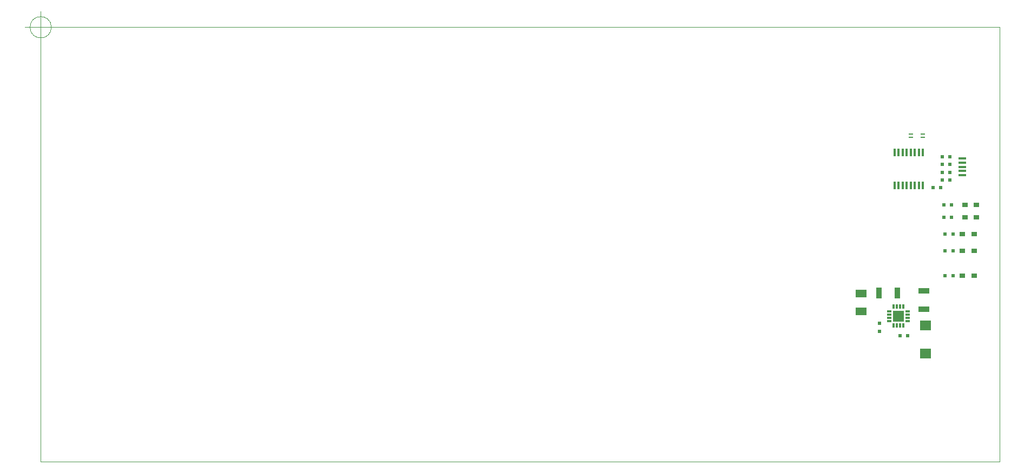
<source format=gtp>
G04 #@! TF.FileFunction,Paste,Top*
%FSLAX46Y46*%
G04 Gerber Fmt 4.6, Leading zero omitted, Abs format (unit mm)*
G04 Created by KiCad (PCBNEW 4.0.2-stable) date Domenica 28 Maggio 2017 18:35:47*
%MOMM*%
G01*
G04 APERTURE LIST*
%ADD10C,0.100000*%
%ADD11R,1.700000X1.600000*%
%ADD12R,0.600000X0.500000*%
%ADD13R,0.500000X0.600000*%
%ADD14R,1.300000X0.450000*%
%ADD15R,0.900000X0.800000*%
%ADD16R,0.900000X1.700000*%
%ADD17R,1.700000X0.900000*%
%ADD18R,0.400000X1.200000*%
%ADD19R,1.800000X1.300000*%
%ADD20R,0.750000X0.250000*%
%ADD21R,0.750000X0.300000*%
%ADD22R,0.300000X0.750000*%
%ADD23R,1.700000X1.700000*%
G04 APERTURE END LIST*
D10*
X51666666Y-54000000D02*
G75*
G03X51666666Y-54000000I-1666666J0D01*
G01*
X47500000Y-54000000D02*
X52500000Y-54000000D01*
X50000000Y-51500000D02*
X50000000Y-56500000D01*
X50000000Y-54000000D02*
X200000000Y-54000000D01*
X50000000Y-122000000D02*
X50000000Y-54000000D01*
X200000000Y-122000000D02*
X50000000Y-122000000D01*
X200000000Y-54000000D02*
X200000000Y-122000000D01*
D11*
X188400000Y-105100000D03*
X188400000Y-100700000D03*
D12*
X192700000Y-92900000D03*
X191500000Y-92900000D03*
X191300000Y-83800000D03*
X192500000Y-83800000D03*
X192500000Y-81800000D03*
X191300000Y-81800000D03*
D13*
X181200000Y-101600000D03*
X181200000Y-100400000D03*
D12*
X191500000Y-86400000D03*
X192700000Y-86400000D03*
X192700000Y-89000000D03*
X191500000Y-89000000D03*
X191000000Y-75500000D03*
X192200000Y-75500000D03*
X192200000Y-76700000D03*
X191000000Y-76700000D03*
D14*
X194150000Y-75870000D03*
X194150000Y-76520000D03*
X194150000Y-75220000D03*
X194150000Y-74570000D03*
X194150000Y-77170000D03*
D15*
X196400000Y-83800000D03*
X194600000Y-83800000D03*
X196400000Y-81800000D03*
X194600000Y-81800000D03*
X194200000Y-92900000D03*
X196000000Y-92900000D03*
X194200000Y-86400000D03*
X196000000Y-86400000D03*
X194200000Y-89000000D03*
X196000000Y-89000000D03*
D16*
X181100000Y-95600000D03*
X184000000Y-95600000D03*
D12*
X189600000Y-79100000D03*
X190800000Y-79100000D03*
X185600000Y-102300000D03*
X184400000Y-102300000D03*
X192200000Y-74300000D03*
X191000000Y-74300000D03*
D17*
X188200000Y-98200000D03*
X188200000Y-95300000D03*
D12*
X192200000Y-77900000D03*
X191000000Y-77900000D03*
D18*
X188022500Y-73600000D03*
X187387500Y-73600000D03*
X186752500Y-73600000D03*
X186117500Y-73600000D03*
X185482500Y-73600000D03*
X184847500Y-73600000D03*
X184212500Y-73600000D03*
X183577500Y-73600000D03*
X183577500Y-78800000D03*
X184212500Y-78800000D03*
X184847500Y-78800000D03*
X185482500Y-78800000D03*
X186117500Y-78800000D03*
X186752500Y-78800000D03*
X187387500Y-78800000D03*
X188022500Y-78800000D03*
D19*
X178300000Y-98500000D03*
X178300000Y-95700000D03*
D20*
X188000000Y-71200000D03*
X188000000Y-70700000D03*
X186130000Y-71200000D03*
X186130000Y-70700000D03*
D21*
X182700000Y-98500000D03*
X182700000Y-99000000D03*
X182700000Y-99500000D03*
X182700000Y-100000000D03*
D22*
X183425000Y-100725000D03*
X183925000Y-100725000D03*
X184425000Y-100725000D03*
X184925000Y-100725000D03*
D21*
X185650000Y-100000000D03*
X185650000Y-99500000D03*
X185650000Y-99000000D03*
X185650000Y-98500000D03*
D22*
X184925000Y-97775000D03*
X184425000Y-97775000D03*
X183925000Y-97775000D03*
X183425000Y-97775000D03*
D23*
X184175000Y-99250000D03*
M02*

</source>
